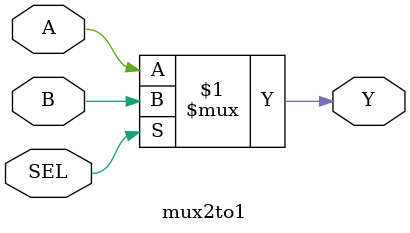
<source format=v>
module mux2to1 (
    input A,
    input B,
    input SEL,
    output Y
);
assign Y = SEL ? B : A;
endmodule

</source>
